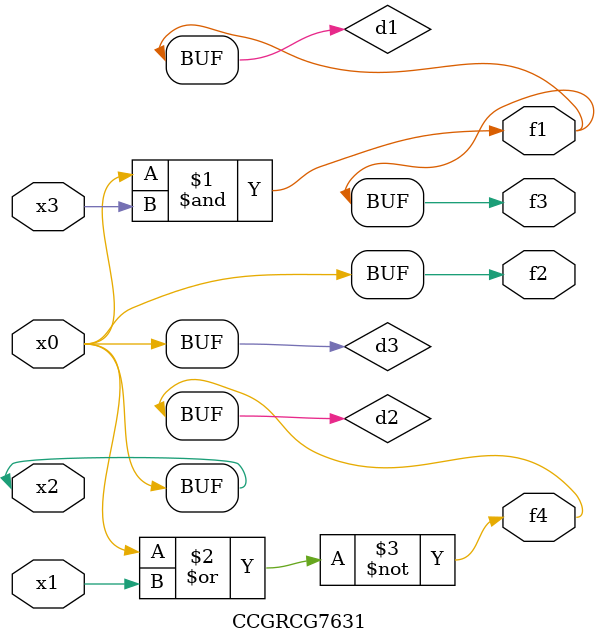
<source format=v>
module CCGRCG7631(
	input x0, x1, x2, x3,
	output f1, f2, f3, f4
);

	wire d1, d2, d3;

	and (d1, x2, x3);
	nor (d2, x0, x1);
	buf (d3, x0, x2);
	assign f1 = d1;
	assign f2 = d3;
	assign f3 = d1;
	assign f4 = d2;
endmodule

</source>
